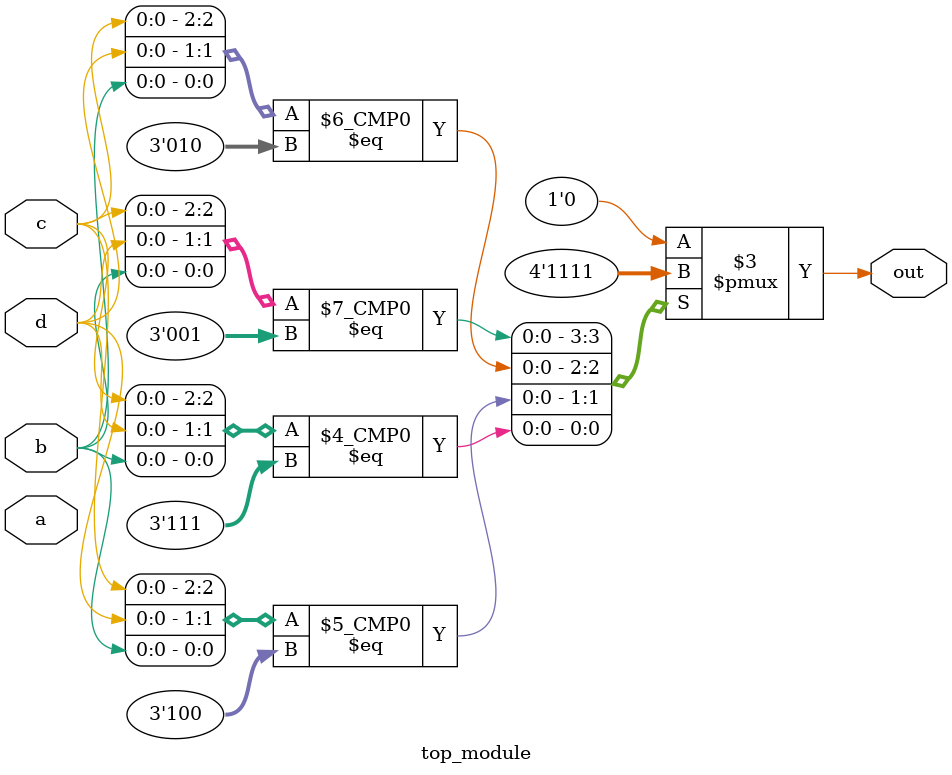
<source format=sv>
module top_module (
	input a, 
	input b,
	input c,
	input d,
	output reg out
);

	always @(*) begin
		casez ({c,d,a,b})
			4'b00?1: out = 1;
			4'b01?0: out = 1;
			4'b10?0: out = 1;
			4'b11?1: out = 1;
			default: out = 0;
		endcase
	end

endmodule

</source>
